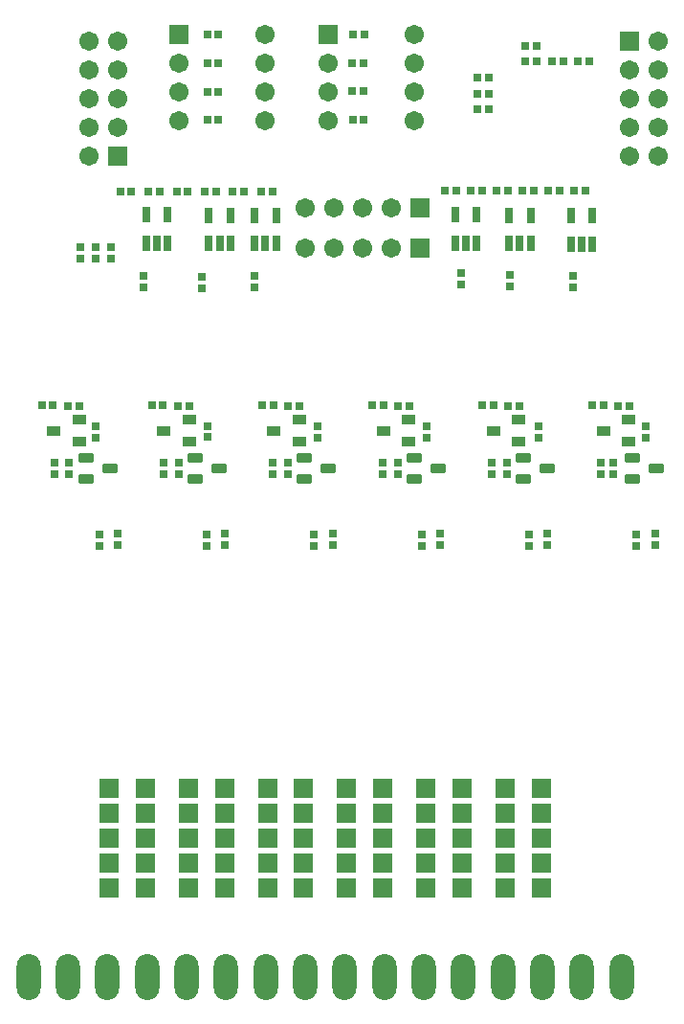
<source format=gbs>
G04*
G04 #@! TF.GenerationSoftware,Altium Limited,Altium Designer,20.0.13 (296)*
G04*
G04 Layer_Color=16711935*
%FSLAX44Y44*%
%MOMM*%
G71*
G01*
G75*
%ADD33R,0.8032X0.7032*%
%ADD38R,0.7032X0.8032*%
%ADD47C,1.7032*%
%ADD48R,1.7032X1.7032*%
%ADD49R,1.7032X1.7032*%
%ADD50O,2.1336X4.0640*%
%ADD68R,1.2200X0.9200*%
G04:AMPARAMS|DCode=69|XSize=1.4332mm|YSize=0.8032mm|CornerRadius=0.1766mm|HoleSize=0mm|Usage=FLASHONLY|Rotation=0.000|XOffset=0mm|YOffset=0mm|HoleType=Round|Shape=RoundedRectangle|*
%AMROUNDEDRECTD69*
21,1,1.4332,0.4500,0,0,0.0*
21,1,1.0800,0.8032,0,0,0.0*
1,1,0.3532,0.5400,-0.2250*
1,1,0.3532,-0.5400,-0.2250*
1,1,0.3532,-0.5400,0.2250*
1,1,0.3532,0.5400,0.2250*
%
%ADD69ROUNDEDRECTD69*%
%ADD70R,0.7932X1.4132*%
%ADD71R,1.8032X1.8032*%
D33*
X89000Y556750D02*
D03*
Y566750D02*
D03*
X75000Y715000D02*
D03*
Y725000D02*
D03*
X88750Y715000D02*
D03*
Y725000D02*
D03*
X102500Y715000D02*
D03*
Y725000D02*
D03*
X130750Y699750D02*
D03*
Y689750D02*
D03*
X182625Y699000D02*
D03*
Y689000D02*
D03*
X229750Y699500D02*
D03*
Y689500D02*
D03*
X412500Y702250D02*
D03*
Y692250D02*
D03*
X455250Y700500D02*
D03*
Y690500D02*
D03*
X511000Y699750D02*
D03*
Y689750D02*
D03*
X536250Y524500D02*
D03*
Y534500D02*
D03*
X547250D02*
D03*
Y524500D02*
D03*
X575500Y556500D02*
D03*
Y566500D02*
D03*
X52000Y524500D02*
D03*
Y534500D02*
D03*
X65500Y534500D02*
D03*
Y524500D02*
D03*
X187250Y471250D02*
D03*
Y461250D02*
D03*
X203200Y471500D02*
D03*
Y461500D02*
D03*
X282250Y471250D02*
D03*
Y461250D02*
D03*
X298400Y471500D02*
D03*
Y461500D02*
D03*
X377250Y471250D02*
D03*
Y461250D02*
D03*
X393600Y471500D02*
D03*
Y461500D02*
D03*
X472250Y471250D02*
D03*
Y461250D02*
D03*
X488800Y471500D02*
D03*
Y461500D02*
D03*
X92250Y471250D02*
D03*
Y461250D02*
D03*
X108000Y471500D02*
D03*
Y461500D02*
D03*
X567250Y471250D02*
D03*
Y461250D02*
D03*
X584000Y471500D02*
D03*
Y461500D02*
D03*
X452900Y524500D02*
D03*
Y534500D02*
D03*
X381750Y566750D02*
D03*
Y556750D02*
D03*
X162350Y524500D02*
D03*
Y534500D02*
D03*
X356050Y524500D02*
D03*
Y534500D02*
D03*
X148850Y534500D02*
D03*
Y524500D02*
D03*
X245700Y534500D02*
D03*
Y524500D02*
D03*
X439400Y534500D02*
D03*
Y524500D02*
D03*
X188000Y567000D02*
D03*
Y557000D02*
D03*
X285000Y566750D02*
D03*
Y556750D02*
D03*
X481000Y566750D02*
D03*
Y556750D02*
D03*
X259200Y524500D02*
D03*
Y534500D02*
D03*
X342550Y534500D02*
D03*
Y524500D02*
D03*
D38*
X493000Y889000D02*
D03*
X503000D02*
D03*
X525750D02*
D03*
X515750D02*
D03*
X74200Y584750D02*
D03*
X64200D02*
D03*
X316500Y913250D02*
D03*
X326500D02*
D03*
X315500Y888000D02*
D03*
X325500D02*
D03*
X315750Y862750D02*
D03*
X325750D02*
D03*
X436750Y875000D02*
D03*
X426750D02*
D03*
X479250Y889000D02*
D03*
X469250D02*
D03*
X436750Y860875D02*
D03*
X426750D02*
D03*
X436750Y846750D02*
D03*
X426750D02*
D03*
X316250Y837500D02*
D03*
X326250D02*
D03*
X187500Y913250D02*
D03*
X197500D02*
D03*
X187500Y887917D02*
D03*
X197500D02*
D03*
X187500Y862583D02*
D03*
X197500D02*
D03*
X187500Y837250D02*
D03*
X197500D02*
D03*
X110500Y773750D02*
D03*
X120500D02*
D03*
X135450D02*
D03*
X145450D02*
D03*
X160400D02*
D03*
X170400D02*
D03*
X185350D02*
D03*
X195350D02*
D03*
X210300D02*
D03*
X220300D02*
D03*
X235250D02*
D03*
X245250D02*
D03*
X397875Y774750D02*
D03*
X407875D02*
D03*
X420800D02*
D03*
X430800D02*
D03*
X443725D02*
D03*
X453725D02*
D03*
X466650D02*
D03*
X476650D02*
D03*
X489575D02*
D03*
X499575D02*
D03*
X512500D02*
D03*
X522500D02*
D03*
X528250Y585000D02*
D03*
X538250D02*
D03*
X560850Y584750D02*
D03*
X550850D02*
D03*
X41000Y585000D02*
D03*
X51000D02*
D03*
X469250Y902500D02*
D03*
X479250D02*
D03*
X343350Y585000D02*
D03*
X333350D02*
D03*
X440800D02*
D03*
X430800D02*
D03*
X161530Y584750D02*
D03*
X171530D02*
D03*
X148450Y585000D02*
D03*
X138450D02*
D03*
X258860Y584750D02*
D03*
X268860D02*
D03*
X356190D02*
D03*
X366190D02*
D03*
X453520D02*
D03*
X463520D02*
D03*
X245900Y585000D02*
D03*
X235900D02*
D03*
D47*
X274200Y760000D02*
D03*
X299600D02*
D03*
X325000D02*
D03*
X350400D02*
D03*
X274450Y724500D02*
D03*
X299850D02*
D03*
X325250D02*
D03*
X350650D02*
D03*
X370350Y837150D02*
D03*
Y862550D02*
D03*
Y887950D02*
D03*
Y913350D02*
D03*
X294150Y837150D02*
D03*
Y862550D02*
D03*
Y887950D02*
D03*
X238350Y837150D02*
D03*
Y862550D02*
D03*
Y887950D02*
D03*
Y913350D02*
D03*
X162150Y837150D02*
D03*
Y862550D02*
D03*
Y887950D02*
D03*
X586750Y830850D02*
D03*
X561350D02*
D03*
X586750Y907050D02*
D03*
X561350Y881650D02*
D03*
X586750D02*
D03*
X561350Y856250D02*
D03*
X586750D02*
D03*
X561350Y805450D02*
D03*
X586750D02*
D03*
X83000Y881650D02*
D03*
X108400D02*
D03*
X83000Y805450D02*
D03*
X108400Y830850D02*
D03*
X83000D02*
D03*
X108400Y856250D02*
D03*
X83000D02*
D03*
X108400Y907050D02*
D03*
X83000D02*
D03*
D48*
X375800Y760000D02*
D03*
X376050Y724500D02*
D03*
X294150Y913350D02*
D03*
X162150D02*
D03*
D49*
X561350Y907050D02*
D03*
X108400Y805450D02*
D03*
D50*
X554250Y80250D02*
D03*
X519250D02*
D03*
X484250D02*
D03*
X449250D02*
D03*
X414250D02*
D03*
X379250D02*
D03*
X344250D02*
D03*
X309250D02*
D03*
X274250D02*
D03*
X239250D02*
D03*
X204250D02*
D03*
X169250D02*
D03*
X134250D02*
D03*
X99250D02*
D03*
X64250D02*
D03*
X29250D02*
D03*
D68*
X74100Y572250D02*
D03*
Y553250D02*
D03*
X51600Y562750D02*
D03*
X560750Y572250D02*
D03*
Y553250D02*
D03*
X538250Y562750D02*
D03*
X343590D02*
D03*
X366090Y553250D02*
D03*
Y572250D02*
D03*
X148930Y562750D02*
D03*
X171430Y553250D02*
D03*
Y572250D02*
D03*
X440920Y562750D02*
D03*
X463420Y553250D02*
D03*
Y572250D02*
D03*
X246260Y562750D02*
D03*
X268760Y553250D02*
D03*
Y572250D02*
D03*
D69*
X101350Y529250D02*
D03*
X80150Y538750D02*
D03*
Y519750D02*
D03*
X585100Y529250D02*
D03*
X563900Y538750D02*
D03*
Y519750D02*
D03*
X467150D02*
D03*
Y538750D02*
D03*
X488350Y529250D02*
D03*
X273650Y519750D02*
D03*
Y538750D02*
D03*
X294850Y529250D02*
D03*
X370400Y519750D02*
D03*
Y538750D02*
D03*
X391600Y529250D02*
D03*
X176900Y519750D02*
D03*
Y538750D02*
D03*
X198100Y529250D02*
D03*
D70*
X152500Y753800D02*
D03*
X133500D02*
D03*
Y728700D02*
D03*
X143000D02*
D03*
X152500D02*
D03*
X208000Y753300D02*
D03*
X189000D02*
D03*
Y728200D02*
D03*
X198500D02*
D03*
X208000D02*
D03*
X248500Y753300D02*
D03*
X229500D02*
D03*
Y728200D02*
D03*
X239000D02*
D03*
X248500D02*
D03*
X528500Y752550D02*
D03*
X509500D02*
D03*
Y727450D02*
D03*
X519000D02*
D03*
X528500D02*
D03*
X473750Y753300D02*
D03*
X454750D02*
D03*
Y728200D02*
D03*
X464250D02*
D03*
X473750D02*
D03*
X425875Y753550D02*
D03*
X406875D02*
D03*
Y728450D02*
D03*
X416375D02*
D03*
X425875D02*
D03*
D71*
X412947Y158750D02*
D03*
X380947D02*
D03*
X272932D02*
D03*
X240932D02*
D03*
X132917D02*
D03*
X100917D02*
D03*
X482955D02*
D03*
X450955D02*
D03*
X482955Y180750D02*
D03*
X450955D02*
D03*
X482955Y202750D02*
D03*
X450955D02*
D03*
X482955Y224750D02*
D03*
X450955D02*
D03*
X482955Y246750D02*
D03*
X450955D02*
D03*
X412947Y180750D02*
D03*
X380947D02*
D03*
X412947Y202750D02*
D03*
X380947D02*
D03*
X412947Y224750D02*
D03*
X380947D02*
D03*
X412947Y246750D02*
D03*
X380947D02*
D03*
X342940Y158750D02*
D03*
X310940D02*
D03*
X342940Y180750D02*
D03*
X310940D02*
D03*
X342940Y202750D02*
D03*
X310940D02*
D03*
X342940Y224750D02*
D03*
X310940D02*
D03*
X342940Y246750D02*
D03*
X310940D02*
D03*
X272932Y180750D02*
D03*
X240932D02*
D03*
X272932Y202750D02*
D03*
X240932D02*
D03*
X272932Y224750D02*
D03*
X240932D02*
D03*
X272932Y246750D02*
D03*
X240932D02*
D03*
X202925Y158750D02*
D03*
X170925D02*
D03*
X202925Y180750D02*
D03*
X170925D02*
D03*
X202925Y202750D02*
D03*
X170925D02*
D03*
X202925Y224750D02*
D03*
X170925D02*
D03*
X202925Y246750D02*
D03*
X170925D02*
D03*
X132917Y180750D02*
D03*
X100917D02*
D03*
X132917Y202750D02*
D03*
X100917D02*
D03*
X132917Y224750D02*
D03*
X100917D02*
D03*
X132917Y246750D02*
D03*
X100917D02*
D03*
M02*

</source>
